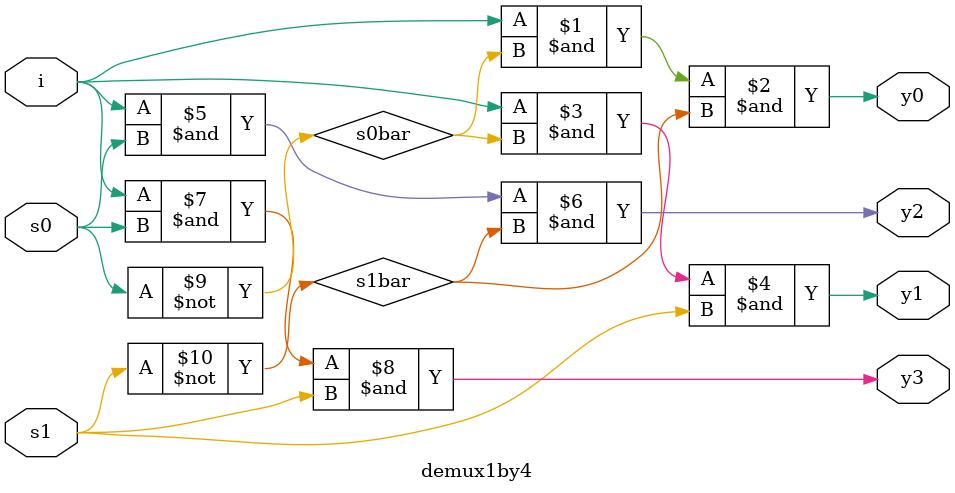
<source format=v>
module demux1by4
  ( input s0,s1,i,
    output y0,y1,y2,y3);
    wire s0bar,s1bar;
  not(s0bar,s0),(s1bar,s1);
  and(y0,i,s0bar,s1bar);
  and(y1,i,s0bar,s1);
  and(y2,i,s0,s1bar);
  and(y3,i,s0,s1);
endmodule
</source>
